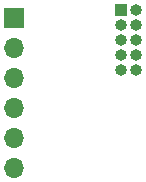
<source format=gbr>
G04 #@! TF.GenerationSoftware,KiCad,Pcbnew,5.0.2+dfsg1-1*
G04 #@! TF.CreationDate,2019-11-13T21:35:25-05:00*
G04 #@! TF.ProjectId,pms7003-conn,706d7337-3030-4332-9d63-6f6e6e2e6b69,rev?*
G04 #@! TF.SameCoordinates,Original*
G04 #@! TF.FileFunction,Copper,L2,Bot*
G04 #@! TF.FilePolarity,Positive*
%FSLAX46Y46*%
G04 Gerber Fmt 4.6, Leading zero omitted, Abs format (unit mm)*
G04 Created by KiCad (PCBNEW 5.0.2+dfsg1-1) date Wed 13 Nov 2019 09:35:25 PM EST*
%MOMM*%
%LPD*%
G01*
G04 APERTURE LIST*
G04 #@! TA.AperFunction,ComponentPad*
%ADD10R,1.000000X1.000000*%
G04 #@! TD*
G04 #@! TA.AperFunction,ComponentPad*
%ADD11O,1.000000X1.000000*%
G04 #@! TD*
G04 #@! TA.AperFunction,ComponentPad*
%ADD12O,1.700000X1.700000*%
G04 #@! TD*
G04 #@! TA.AperFunction,ComponentPad*
%ADD13R,1.700000X1.700000*%
G04 #@! TD*
G04 APERTURE END LIST*
D10*
G04 #@! TO.P,J1,1*
G04 #@! TO.N,Net-(J1-Pad1)*
X155060000Y-40390000D03*
D11*
G04 #@! TO.P,J1,2*
X156330000Y-40390000D03*
G04 #@! TO.P,J1,3*
G04 #@! TO.N,Net-(J1-Pad3)*
X155060000Y-41660000D03*
G04 #@! TO.P,J1,4*
X156330000Y-41660000D03*
G04 #@! TO.P,J1,5*
G04 #@! TO.N,Net-(J1-Pad5)*
X155060000Y-42930000D03*
G04 #@! TO.P,J1,6*
G04 #@! TO.N,N/C*
X156330000Y-42930000D03*
G04 #@! TO.P,J1,7*
G04 #@! TO.N,Net-(J1-Pad7)*
X155060000Y-44200000D03*
G04 #@! TO.P,J1,8*
G04 #@! TO.N,N/C*
X156330000Y-44200000D03*
G04 #@! TO.P,J1,9*
G04 #@! TO.N,Net-(J1-Pad9)*
X155060000Y-45470000D03*
G04 #@! TO.P,J1,10*
G04 #@! TO.N,Net-(J1-Pad10)*
X156330000Y-45470000D03*
G04 #@! TD*
D12*
G04 #@! TO.P,J2,6*
G04 #@! TO.N,Net-(J1-Pad10)*
X145920000Y-53750000D03*
G04 #@! TO.P,J2,5*
G04 #@! TO.N,Net-(J1-Pad9)*
X145920000Y-51210000D03*
G04 #@! TO.P,J2,4*
G04 #@! TO.N,Net-(J1-Pad7)*
X145920000Y-48670000D03*
G04 #@! TO.P,J2,3*
G04 #@! TO.N,Net-(J1-Pad5)*
X145920000Y-46130000D03*
G04 #@! TO.P,J2,2*
G04 #@! TO.N,Net-(J1-Pad3)*
X145920000Y-43590000D03*
D13*
G04 #@! TO.P,J2,1*
G04 #@! TO.N,Net-(J1-Pad1)*
X145920000Y-41050000D03*
G04 #@! TD*
M02*

</source>
